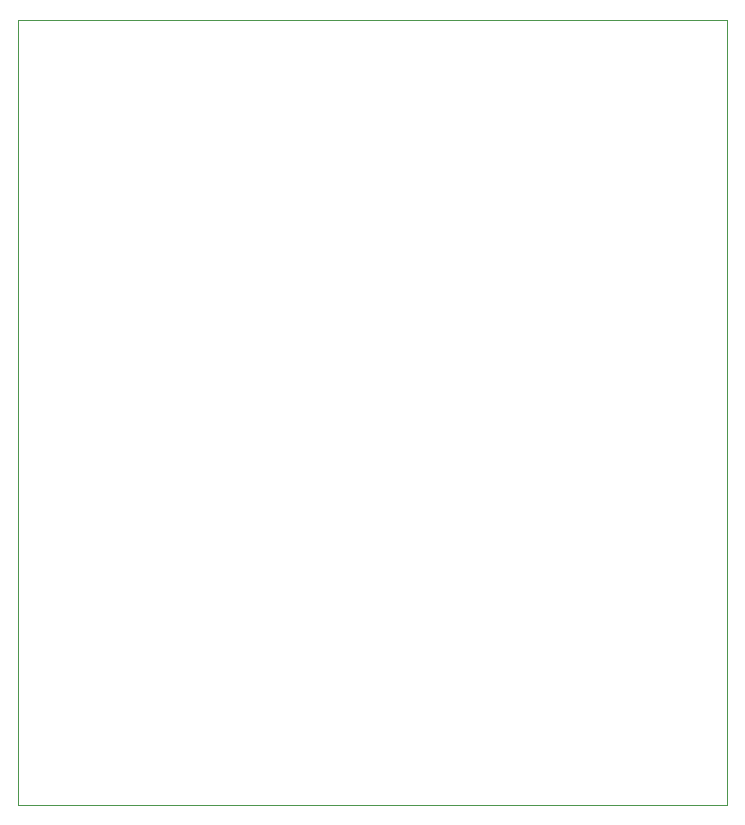
<source format=gbr>
%TF.GenerationSoftware,KiCad,Pcbnew,9.0.4*%
%TF.CreationDate,2025-09-14T11:05:21+01:00*%
%TF.ProjectId,sipo,7369706f-2e6b-4696-9361-645f70636258,rev?*%
%TF.SameCoordinates,Original*%
%TF.FileFunction,Profile,NP*%
%FSLAX46Y46*%
G04 Gerber Fmt 4.6, Leading zero omitted, Abs format (unit mm)*
G04 Created by KiCad (PCBNEW 9.0.4) date 2025-09-14 11:05:21*
%MOMM*%
%LPD*%
G01*
G04 APERTURE LIST*
%TA.AperFunction,Profile*%
%ADD10C,0.050000*%
%TD*%
G04 APERTURE END LIST*
D10*
X100000000Y-52000000D02*
X160000000Y-52000000D01*
X160000000Y-118500000D01*
X100000000Y-118500000D01*
X100000000Y-52000000D01*
M02*

</source>
